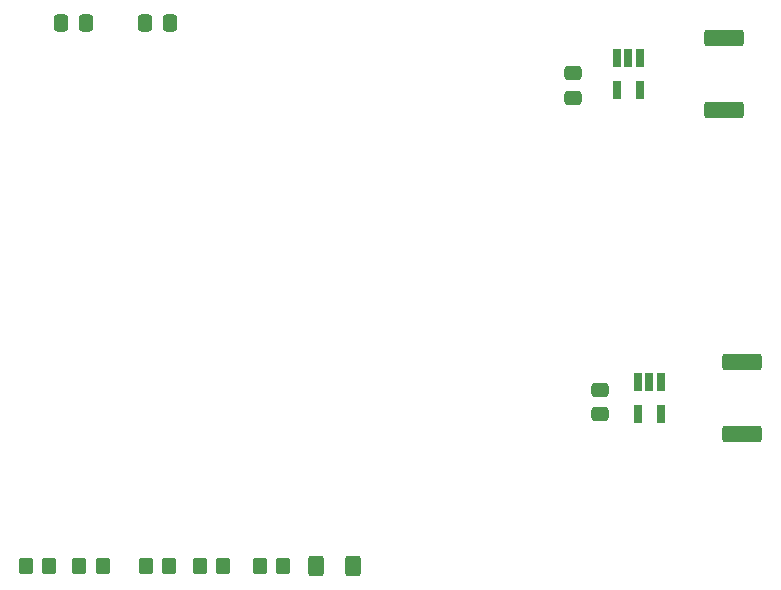
<source format=gbp>
G04 #@! TF.GenerationSoftware,KiCad,Pcbnew,7.0.1*
G04 #@! TF.CreationDate,2023-04-08T17:40:26-04:00*
G04 #@! TF.ProjectId,Converters,436f6e76-6572-4746-9572-732e6b696361,rev?*
G04 #@! TF.SameCoordinates,Original*
G04 #@! TF.FileFunction,Paste,Bot*
G04 #@! TF.FilePolarity,Positive*
%FSLAX46Y46*%
G04 Gerber Fmt 4.6, Leading zero omitted, Abs format (unit mm)*
G04 Created by KiCad (PCBNEW 7.0.1) date 2023-04-08 17:40:26*
%MOMM*%
%LPD*%
G01*
G04 APERTURE LIST*
G04 Aperture macros list*
%AMRoundRect*
0 Rectangle with rounded corners*
0 $1 Rounding radius*
0 $2 $3 $4 $5 $6 $7 $8 $9 X,Y pos of 4 corners*
0 Add a 4 corners polygon primitive as box body*
4,1,4,$2,$3,$4,$5,$6,$7,$8,$9,$2,$3,0*
0 Add four circle primitives for the rounded corners*
1,1,$1+$1,$2,$3*
1,1,$1+$1,$4,$5*
1,1,$1+$1,$6,$7*
1,1,$1+$1,$8,$9*
0 Add four rect primitives between the rounded corners*
20,1,$1+$1,$2,$3,$4,$5,0*
20,1,$1+$1,$4,$5,$6,$7,0*
20,1,$1+$1,$6,$7,$8,$9,0*
20,1,$1+$1,$8,$9,$2,$3,0*%
G04 Aperture macros list end*
%ADD10RoundRect,0.250000X0.350000X0.450000X-0.350000X0.450000X-0.350000X-0.450000X0.350000X-0.450000X0*%
%ADD11RoundRect,0.250000X-0.475000X0.337500X-0.475000X-0.337500X0.475000X-0.337500X0.475000X0.337500X0*%
%ADD12R,0.650000X1.560000*%
%ADD13RoundRect,0.250000X0.337500X0.475000X-0.337500X0.475000X-0.337500X-0.475000X0.337500X-0.475000X0*%
%ADD14RoundRect,0.250000X-0.337500X-0.475000X0.337500X-0.475000X0.337500X0.475000X-0.337500X0.475000X0*%
%ADD15RoundRect,0.249999X-1.425001X0.450001X-1.425001X-0.450001X1.425001X-0.450001X1.425001X0.450001X0*%
%ADD16RoundRect,0.250000X0.400000X0.625000X-0.400000X0.625000X-0.400000X-0.625000X0.400000X-0.625000X0*%
G04 APERTURE END LIST*
D10*
X116824000Y-137160000D03*
X114824000Y-137160000D03*
D11*
X163449000Y-122258000D03*
X163449000Y-124333000D03*
D12*
X166690000Y-121586000D03*
X167640000Y-121586000D03*
X168590000Y-121586000D03*
X168590000Y-124286000D03*
X166690000Y-124286000D03*
D10*
X136636000Y-137160000D03*
X134636000Y-137160000D03*
D11*
X161163000Y-95482500D03*
X161163000Y-97557500D03*
D10*
X121380000Y-137160000D03*
X119380000Y-137160000D03*
D13*
X127021500Y-91186000D03*
X124946500Y-91186000D03*
D14*
X117834500Y-91186000D03*
X119909500Y-91186000D03*
D12*
X164912000Y-94154000D03*
X165862000Y-94154000D03*
X166812000Y-94154000D03*
X166812000Y-96854000D03*
X164912000Y-96854000D03*
D10*
X131572000Y-137160000D03*
X129572000Y-137160000D03*
D15*
X173990000Y-92454000D03*
X173990000Y-98554000D03*
X175514000Y-119886000D03*
X175514000Y-125986000D03*
D10*
X126984000Y-137160000D03*
X124984000Y-137160000D03*
D16*
X142520000Y-137160000D03*
X139420000Y-137160000D03*
M02*

</source>
